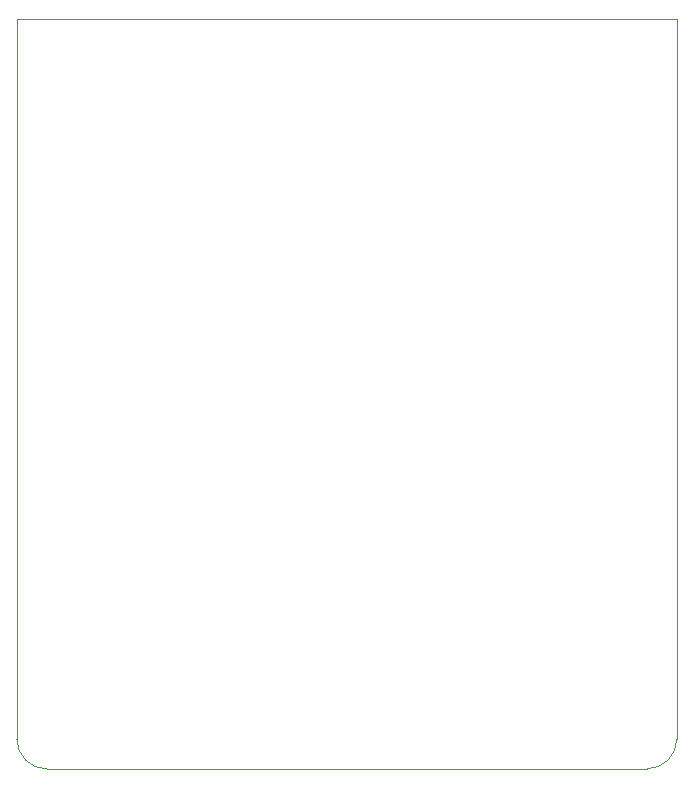
<source format=gbr>
%TF.GenerationSoftware,KiCad,Pcbnew,5.1.6-c6e7f7d~87~ubuntu20.04.1*%
%TF.CreationDate,2020-09-09T20:44:38+02:00*%
%TF.ProjectId,arduino-2-tb6560-4axis,61726475-696e-46f2-9d32-2d7462363536,rev?*%
%TF.SameCoordinates,Original*%
%TF.FileFunction,Profile,NP*%
%FSLAX46Y46*%
G04 Gerber Fmt 4.6, Leading zero omitted, Abs format (unit mm)*
G04 Created by KiCad (PCBNEW 5.1.6-c6e7f7d~87~ubuntu20.04.1) date 2020-09-09 20:44:38*
%MOMM*%
%LPD*%
G01*
G04 APERTURE LIST*
%TA.AperFunction,Profile*%
%ADD10C,0.050000*%
%TD*%
G04 APERTURE END LIST*
D10*
X182245000Y-105410000D02*
X182245000Y-44450000D01*
X128905000Y-107950000D02*
G75*
G02*
X126365000Y-105410000I0J2540000D01*
G01*
X182245000Y-105410000D02*
G75*
G02*
X179705000Y-107950000I-2540000J0D01*
G01*
X126365000Y-105410000D02*
X126365000Y-44450000D01*
X179705000Y-107950000D02*
X128905000Y-107950000D01*
X126365000Y-44450000D02*
X182245000Y-44450000D01*
M02*

</source>
